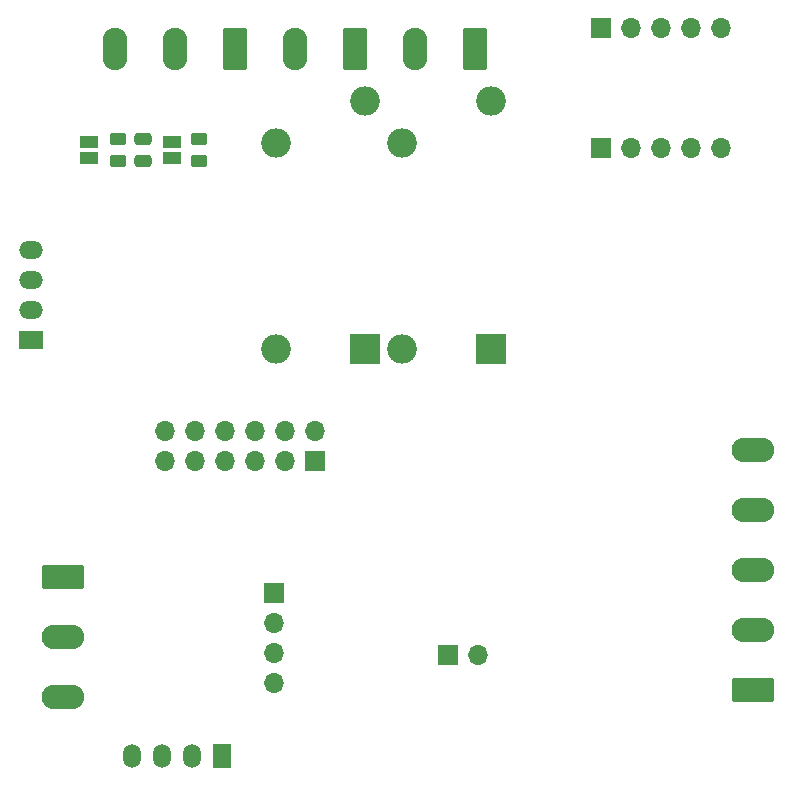
<source format=gbr>
%TF.GenerationSoftware,KiCad,Pcbnew,(6.99.0-3568-gdcfcfd5f29)*%
%TF.CreationDate,2022-10-11T21:14:32+03:00*%
%TF.ProjectId,welder ac diy mainboard,77656c64-6572-4206-9163-20646979206d,rev?*%
%TF.SameCoordinates,Original*%
%TF.FileFunction,Soldermask,Bot*%
%TF.FilePolarity,Negative*%
%FSLAX46Y46*%
G04 Gerber Fmt 4.6, Leading zero omitted, Abs format (unit mm)*
G04 Created by KiCad (PCBNEW (6.99.0-3568-gdcfcfd5f29)) date 2022-10-11 21:14:32*
%MOMM*%
%LPD*%
G01*
G04 APERTURE LIST*
G04 Aperture macros list*
%AMRoundRect*
0 Rectangle with rounded corners*
0 $1 Rounding radius*
0 $2 $3 $4 $5 $6 $7 $8 $9 X,Y pos of 4 corners*
0 Add a 4 corners polygon primitive as box body*
4,1,4,$2,$3,$4,$5,$6,$7,$8,$9,$2,$3,0*
0 Add four circle primitives for the rounded corners*
1,1,$1+$1,$2,$3*
1,1,$1+$1,$4,$5*
1,1,$1+$1,$6,$7*
1,1,$1+$1,$8,$9*
0 Add four rect primitives between the rounded corners*
20,1,$1+$1,$2,$3,$4,$5,0*
20,1,$1+$1,$4,$5,$6,$7,0*
20,1,$1+$1,$6,$7,$8,$9,0*
20,1,$1+$1,$8,$9,$2,$3,0*%
G04 Aperture macros list end*
%ADD10RoundRect,0.250000X0.450000X-0.262500X0.450000X0.262500X-0.450000X0.262500X-0.450000X-0.262500X0*%
%ADD11R,1.500000X1.000000*%
%ADD12RoundRect,0.250000X0.475000X-0.250000X0.475000X0.250000X-0.475000X0.250000X-0.475000X-0.250000X0*%
%ADD13R,2.500000X2.500000*%
%ADD14O,2.500000X2.500000*%
%ADD15RoundRect,0.249999X-1.550001X0.790001X-1.550001X-0.790001X1.550001X-0.790001X1.550001X0.790001X0*%
%ADD16O,3.600000X2.080000*%
%ADD17R,1.500000X2.000000*%
%ADD18O,1.500000X2.000000*%
%ADD19R,2.000000X1.500000*%
%ADD20O,2.000000X1.500000*%
%ADD21O,1.700000X1.700000*%
%ADD22R,1.700000X1.700000*%
%ADD23RoundRect,0.249999X0.790001X1.550001X-0.790001X1.550001X-0.790001X-1.550001X0.790001X-1.550001X0*%
%ADD24O,2.080000X3.600000*%
%ADD25RoundRect,0.249999X1.550001X-0.790001X1.550001X0.790001X-1.550001X0.790001X-1.550001X-0.790001X0*%
G04 APERTURE END LIST*
D10*
%TO.C,R32*%
X61468000Y-66317500D03*
X61468000Y-64492500D03*
%TD*%
%TO.C,R31*%
X68326000Y-66317500D03*
X68326000Y-64492500D03*
%TD*%
D11*
%TO.C,JP4*%
X59054999Y-66054999D03*
X59054999Y-64754999D03*
%TD*%
%TO.C,JP3*%
X66039999Y-66054999D03*
X66039999Y-64754999D03*
%TD*%
D12*
%TO.C,C10*%
X63627000Y-66355000D03*
X63627000Y-64455000D03*
%TD*%
D13*
%TO.C,K1*%
X93065499Y-82289499D03*
D14*
X93065499Y-61289499D03*
X85565499Y-64789499D03*
X85565499Y-82289499D03*
%TD*%
D15*
%TO.C,J7*%
X56863500Y-101600000D03*
D16*
X56863499Y-106679999D03*
X56863499Y-111759999D03*
%TD*%
D17*
%TO.C,U9*%
X70310499Y-116750499D03*
D18*
X67770499Y-116750499D03*
X65230499Y-116750499D03*
X62690499Y-116750499D03*
%TD*%
D19*
%TO.C,U3*%
X54101999Y-81486499D03*
D20*
X54101999Y-78946499D03*
X54101999Y-76406499D03*
X54101999Y-73866499D03*
%TD*%
D21*
%TO.C,J3*%
X65506999Y-89173999D03*
X65506999Y-91713999D03*
X68046999Y-89173999D03*
X68046999Y-91713999D03*
X70586999Y-89173999D03*
X70586999Y-91713999D03*
X73126999Y-89173999D03*
X73126999Y-91713999D03*
X75666999Y-89173999D03*
X75666999Y-91713999D03*
X78206999Y-89173999D03*
D22*
X78206999Y-91713999D03*
%TD*%
D23*
%TO.C,J4*%
X91694000Y-56896000D03*
D24*
X86613999Y-56895999D03*
%TD*%
D23*
%TO.C,J5*%
X81534000Y-56863500D03*
D24*
X76453999Y-56863499D03*
%TD*%
D22*
%TO.C,J9*%
X89427999Y-108178999D03*
D21*
X91967999Y-108178999D03*
%TD*%
D22*
%TO.C,J8*%
X74700999Y-102879999D03*
D21*
X74700999Y-105419999D03*
X74700999Y-107959999D03*
X74700999Y-110499999D03*
%TD*%
D22*
%TO.C,J2*%
X102391999Y-55092999D03*
D21*
X104931999Y-55092999D03*
X107471999Y-55092999D03*
X110011999Y-55092999D03*
X112551999Y-55092999D03*
%TD*%
D22*
%TO.C,J1*%
X102361999Y-65277999D03*
D21*
X104901999Y-65277999D03*
X107441999Y-65277999D03*
X109981999Y-65277999D03*
X112521999Y-65277999D03*
%TD*%
D25*
%TO.C,J10*%
X115222500Y-111160000D03*
D16*
X115222499Y-106079999D03*
X115222499Y-100999999D03*
X115222499Y-95919999D03*
X115222499Y-90839999D03*
%TD*%
D23*
%TO.C,J6*%
X71374000Y-56896000D03*
D24*
X66293999Y-56895999D03*
X61213999Y-56895999D03*
%TD*%
D13*
%TO.C,K2*%
X82397499Y-82289499D03*
D14*
X82397499Y-61289499D03*
X74897499Y-64789499D03*
X74897499Y-82289499D03*
%TD*%
M02*

</source>
